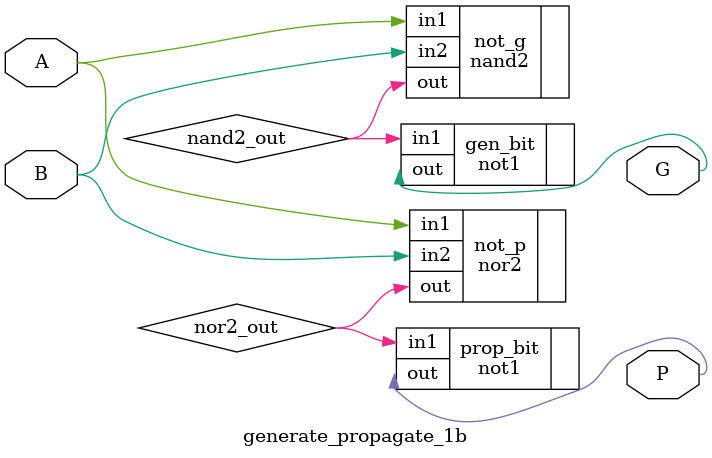
<source format=v>
module generate_propagate_1b(A, B, G, P);
    input A, B;
    output G;
    output P;

    wire nand2_out;
    wire nor2_out;

    // generate bit (g = ![a nand b])
    nand2 not_g(.in1(A), .in2(B), .out(nand2_out));
    not1 gen_bit(.in1(nand2_out), .out(G));
    
    // propagate bit (g = ![a nor b])
    nor2 not_p(.in1(A), .in2(B), .out(nor2_out));
    not1 prop_bit(.in1(nor2_out), .out(P));

endmodule

</source>
